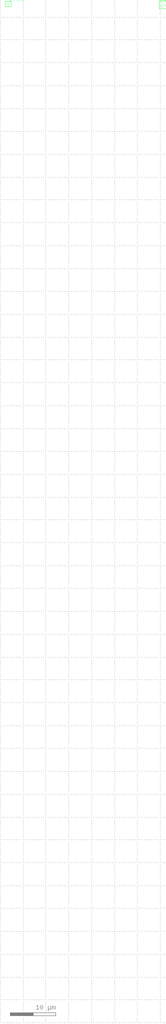
<source format=lef>
VERSION 5.8 ;
BUSBITCHARS "[]" ;
DIVIDERCHAR "/" ;

PROPERTYDEFINITIONS
  LAYER LEF58_TYPE STRING ;
  LAYER LEF58_ENCLOSURE STRING ;
  LAYER LEF58_SPACING STRING ;
  LAYER LEF58_WIDTH STRING ;
END PROPERTYDEFINITIONS

UNITS
  DATABASE MICRONS 1000 ;
END UNITS
MANUFACTURINGGRID 0.005 ;
LAYER OVERLAP
  TYPE OVERLAP ;
END OVERLAP

LAYER pwell
  TYPE MASTERSLICE ;
  PROPERTY LEF58_TYPE "TYPE PWELL ;" ;
END pwell

LAYER nwell
  TYPE MASTERSLICE ;
  PROPERTY LEF58_TYPE "TYPE NWELL ;" ;
  PROPERTY LEF58_SPACING "SPACING 1.27 ;" ;
  PROPERTY LEF58_WIDTH "WIDTH 0.84 ;" ;
END nwell

LAYER dnwell
  TYPE MASTERSLICE ;
  PROPERTY LEF58_TYPE "TYPE PWELL ;" ;
  PROPERTY LEF58_ENCLOSURE "ENCLOSURE 0.4 LAYER nwell ;" ;
  PROPERTY LEF58_SPACING "SPACING 6.3 ;
  SPACING 4.5 LAYER nwell ;" ;
  PROPERTY LEF58_WIDTH "WIDTH 3 ;" ;
END dnwell

LAYER diff
  TYPE MASTERSLICE ;
  PROPERTY LEF58_TYPE "TYPE DIFFUSION ;" ;
  PROPERTY LEF58_SPACING "SPACING 0.27 ;" ;
  PROPERTY LEF58_WIDTH "WIDTH 0.15 ;" ;
END diff

LAYER nsdm
  TYPE IMPLANT ;
  WIDTH 0.38 ;
  SPACING 0.38 ;
  AREA 0.265 ;
END nsdm

LAYER psdm
  TYPE IMPLANT ;
  WIDTH 0.38 ;
  SPACING 0.38 ;
  AREA 0.255 ;
END psdm

LAYER poly
  TYPE MASTERSLICE ;
END poly

LAYER npc
  TYPE MASTERSLICE ;
  PROPERTY LEF58_TYPE "TYPE NWELL ;" ;
  PROPERTY LEF58_SPACING "SPACING 0.27 ;" ;
  PROPERTY LEF58_WIDTH "WIDTH 0.27 ;" ;
END npc

LAYER licon
  TYPE CUT ;
  SPACING 0.17 ;
  WIDTH 0.17 ;
  ENCLOSURE BELOW 0.08 0.05 ;
  ENCLOSURE ABOVE 0.08 0.05 ;
  ANTENNAMODEL OXIDE1 ;
END licon

LAYER li
  TYPE ROUTING ;
  DIRECTION HORIZONTAL ;
  WIDTH 0.13 ;
  SPACING 0.17 ;
  RESISTANCE RPERSQ 12.2 ;
  CAPACITANCE CPERSQDIST 3.69e-05 ;
  THICKNESS 0.1 ;
  EDGECAPACITANCE 3.26e-06 ;
  ANTENNAMODEL OXIDE1 ;
    ANTENNASIDEAREARATIO 75 ;
    ANTENNADIFFSIDEAREARATIO PWL ( ( 0 75 ) ( 0.0125 75 ) ( 0.0225 85.125 ) ( 22.5 10200 ) ) ;
END li

LAYER mcon
  TYPE CUT ;
  SPACING 0.19 ;
  WIDTH 0.17 ;
  ENCLOSURE ABOVE 0.06 0.03 ;
  ANTENNAMODEL OXIDE1 ;
    ANTENNAAREARATIO 3 ;
    ANTENNADIFFAREARATIO PWL ( ( 0 3 ) ( 0.0125 3 ) ( 0.0225 3.405 ) ( 22.5 408 ) ) ;
END mcon

LAYER met1
  TYPE ROUTING ;
  DIRECTION HORIZONTAL ;
  WIDTH 0.14 ;
  OFFSET 0.185 0.185 ;
  AREA 0.083 ;
  SPACING 0.14 ;
  SPACING 0.28 RANGE 3.005 10000 ;
  SPACING 0.28 RANGE 3.005 10000 INFLUENCE 0.28 ;
  MINENCLOSEDAREA 0.14 ;
  RESISTANCE RPERSQ 0.125 ;
  CAPACITANCE CPERSQDIST 2.58e-05 ;
  THICKNESS 0.35 ;
  EDGECAPACITANCE 1.79e-06 ;
  ANTENNAMODEL OXIDE1 ;
    ANTENNASIDEAREARATIO 400 ;
    ANTENNADIFFSIDEAREARATIO PWL ( ( 0 400 ) ( 0.0125 400 ) ( 0.0225 2609 ) ( 22.5 11600 ) ) ;
END met1

LAYER via1
  TYPE CUT ;
  SPACING 0.17 ;
  WIDTH 0.15 ;
  ENCLOSURE BELOW 0.085 0.055 ;
  ENCLOSURE ABOVE 0.085 0.055 ;
  ANTENNAMODEL OXIDE1 ;
    ANTENNAAREARATIO 6 ;
    ANTENNADIFFAREARATIO PWL ( ( 0 6 ) ( 0.0125 6 ) ( 0.0225 6.81 ) ( 22.5 816 ) ) ;
END via1

LAYER met2
  TYPE ROUTING ;
  DIRECTION HORIZONTAL ;
  WIDTH 0.14 ;
  OFFSET 0.185 0.185 ;
  AREA 0.0676 ;
  SPACING 0.14 ;
  SPACING 0.28 RANGE 3.005 10000 ;
  SPACING 0.28 RANGE 3.005 10000 INFLUENCE 0.28 ;
  MINENCLOSEDAREA 0.14 ;
  RESISTANCE RPERSQ 0.125 ;
  CAPACITANCE CPERSQDIST 1.75e-05 ;
  THICKNESS 0.35 ;
  EDGECAPACITANCE 1.22e-06 ;
  ANTENNAMODEL OXIDE1 ;
    ANTENNASIDEAREARATIO 400 ;
    ANTENNADIFFSIDEAREARATIO PWL ( ( 0 400 ) ( 0.0125 400 ) ( 0.0225 2609 ) ( 22.5 11600 ) ) ;
END met2

LAYER via2
  TYPE CUT ;
  SPACING 0.2 ;
  WIDTH 0.2 ;
  ENCLOSURE BELOW 0.085 0.055 ;
  ENCLOSURE ABOVE 0.085 0.065 ;
  ANTENNAMODEL OXIDE1 ;
    ANTENNAAREARATIO 6 ;
    ANTENNADIFFAREARATIO PWL ( ( 0 6 ) ( 0.0125 6 ) ( 0.0225 6.81 ) ( 22.5 816 ) ) ;
END via2

LAYER met3
  TYPE ROUTING ;
  DIRECTION HORIZONTAL ;
  WIDTH 0.3 ;
  OFFSET 0.305 0.305 ;
  AREA 0.24 ;
  SPACING 0.3 ;
  SPACING 0.4 RANGE 3.005 10000 ;
  SPACING 0.4 RANGE 3.005 10000 INFLUENCE 0.4 ;
  RESISTANCE RPERSQ 0.047 ;
  CAPACITANCE CPERSQDIST 1.26e-05 ;
  THICKNESS 0.8 ;
  EDGECAPACITANCE 1.86e-06 ;
  ANTENNAMODEL OXIDE1 ;
END met3

LAYER via3
  TYPE CUT ;
  SPACING 0.2 ;
  WIDTH 0.2 ;
  ENCLOSURE BELOW 0.06 0.09 ;
  ANTENNAMODEL OXIDE1 ;
    ANTENNAAREARATIO 6 ;
    ANTENNADIFFAREARATIO PWL ( ( 0 6 ) ( 0.0125 6 ) ( 0.0225 6.81 ) ( 22.5 816 ) ) ;
END via3

LAYER met4
  TYPE ROUTING ;
  DIRECTION HORIZONTAL ;
  WIDTH 0.3 ;
  OFFSET 0.305 0.305 ;
  AREA 0.24 ;
  SPACING 0.3 ;
  SPACING 0.4 RANGE 3.005 10000 ;
  SPACING 0.4 RANGE 3.005 10000 INFLUENCE 0.4 ;
  RESISTANCE RPERSQ 0.047 ;
  CAPACITANCE CPERSQDIST 8.67e-06 ;
  THICKNESS 0.8 ;
  EDGECAPACITANCE 1.29e-06 ;
  ANTENNAMODEL OXIDE1 ;
    ANTENNASIDEAREARATIO 400 ;
    ANTENNADIFFSIDEAREARATIO PWL ( ( 0 400 ) ( 0.0125 400 ) ( 0.0225 2609 ) ( 22.5 11600 ) ) ;
END met4

LAYER via4
  TYPE CUT ;
  SPACING 0.8 ;
  WIDTH 0.8 ;
  ANTENNAMODEL OXIDE1 ;
    ANTENNAAREARATIO 6 ;
    ANTENNADIFFAREARATIO PWL ( ( 0 6 ) ( 0.0125 6 ) ( 0.0225 6.81 ) ( 22.5 816 ) ) ;
END via4

LAYER met5
  TYPE ROUTING ;
  DIRECTION HORIZONTAL ;
  WIDTH 0.36 ;
  OFFSET 1.555 1.555 ;
  SPACING 0.36 ;
  RESISTANCE RPERSQ 0.0285 ;
  CAPACITANCE CPERSQDIST 6.48e-06 ;
  THICKNESS 1.2 ;
  EDGECAPACITANCE 4.96e-06 ;
  ANTENNAMODEL OXIDE1 ;
    ANTENNASIDEAREARATIO 400 ;
    ANTENNADIFFSIDEAREARATIO PWL ( ( 0 400 ) ( 0.0125 400 ) ( 0.0225 2609 ) ( 22.5 11600 ) ) ;
END met5

LAYER rdl
  TYPE ROUTING ;
  DIRECTION HORIZONTAL ;
  WIDTH 10 ;
  SPACING 10 ;
  RESISTANCE RPERSQ 0.005 ;
  CAPACITANCE CPERSQDIST 2.66e-06 ;
  THICKNESS 2 ;
  EDGECAPACITANCE 6.2e-06 ;
  ANTENNAMODEL OXIDE1 ;
END rdl

VIARULE M4M5 GENERATE DEFAULT
  LAYER met5 ;
    ENCLOSURE 0.31 0.31 ;
  LAYER met4 ;
    ENCLOSURE 0.19 0.19 ;
  LAYER via4 ;
    RECT -0.4 -0.4 0.4 0.4 ;
    SPACING 1.6 BY 1.6 ;
    RESISTANCE 0.380000 ;
END M4M5

VIARULE M3M4 GENERATE DEFAULT
  LAYER met4 ;
    ENCLOSURE 0.065 0.065 ;
  LAYER met3 ;
    ENCLOSURE 0.09 0.06 ;
  LAYER via3 ;
    RECT -0.1 -0.1 0.1 0.1 ;
    SPACING 0.4 BY 0.4 ;
    RESISTANCE 3.410000 ;
END M3M4

VIARULE M2M3 GENERATE DEFAULT
  LAYER met3 ;
    ENCLOSURE 0.065 0.065 ;
  LAYER met2 ;
    ENCLOSURE 0.085 0.065 ;
  LAYER via2 ;
    RECT -0.1 -0.1 0.1 0.1 ;
    SPACING 0.4 BY 0.4 ;
    RESISTANCE 3.410000 ;
END M2M3

VIARULE M1M2 GENERATE DEFAULT
  LAYER met2 ;
    ENCLOSURE 0.085 0.055 ;
  LAYER met1 ;
    ENCLOSURE 0.085 0.055 ;
  LAYER via1 ;
    RECT -0.075 -0.075 0.075 0.075 ;
    SPACING 0.32 BY 0.32 ;
    RESISTANCE 4.500000 ;
END M1M2

VIARULE L1M1 GENERATE
  LAYER met1 ;
    ENCLOSURE 0.06 0.03 ;
  LAYER li ;
    ENCLOSURE 0 0 ;
  LAYER mcon ;
    RECT -0.085 -0.085 0.085 0.085 ;
    SPACING 0.36 BY 0.36 ;
    RESISTANCE 9.300000 ;
END L1M1

VIARULE PYL1 GENERATE
  LAYER poly ;
    ENCLOSURE 0.08 0.05 ;
  LAYER li ;
    ENCLOSURE 0.08 0 ;
  LAYER licon ;
    RECT -0.085 -0.085 0.085 0.085 ;
    SPACING 0.34 BY 0.34 ;
    RESISTANCE 145.279999 ;
END PYL1

VIARULE DFL1 GENERATE
  LAYER li ;
    ENCLOSURE 0.08 0.08 ;
  LAYER diff ;
    ENCLOSURE 0.12 0.12 ;
  LAYER licon ;
    RECT -0.085 -0.085 0.085 0.085 ;
    SPACING 0.34 BY 0.34 ;
    RESISTANCE 600.000000 ;
END DFL1

VIARULE NPDF GENERATE
  LAYER li ;
    ENCLOSURE 0.08 0.08 ;
  LAYER diff ;
    ENCLOSURE 0.12 0.12 ;
  LAYER licon ;
    RECT -0.085 -0.085 0.085 0.085 ;
    SPACING 0.34 BY 0.34 ;
    RESISTANCE 600.000000 ;
END NPDF

VIARULE PPDF GENERATE
  LAYER li ;
    ENCLOSURE 0.08 0.08 ;
  LAYER diff ;
    ENCLOSURE 0.12 0.12 ;
  LAYER licon ;
    RECT -0.085 -0.085 0.085 0.085 ;
    SPACING 0.34 BY 0.34 ;
    RESISTANCE 600.000000 ;
END PPDF

VIARULE NTAP GENERATE
  LAYER li ;
    ENCLOSURE 0.08 0.08 ;
  LAYER diff ;
    ENCLOSURE 0.12 0.12 ;
  LAYER licon ;
    RECT -0.085 -0.085 0.085 0.085 ;
    SPACING 0.34 BY 0.34 ;
    RESISTANCE 600.000000 ;
END NTAP

VIARULE PTAP GENERATE
  LAYER li ;
    ENCLOSURE 0.08 0.08 ;
  LAYER diff ;
    ENCLOSURE 0.12 0.12 ;
  LAYER licon ;
    RECT -0.085 -0.085 0.085 0.085 ;
    SPACING 0.34 BY 0.34 ;
    RESISTANCE 600.000000 ;
END PTAP

MACRO tt_um_resistor_davidparent
  PIN VGND
    DIRECTION INOUT ;
    USE SIGNAL ;
    PORT
      LAYER met4 ;
        RECT 34.8 221.84 36.315 223.575 ;
    END
  END VGND
  PIN VPWR
    DIRECTION INOUT ;
    USE SIGNAL ;
    PORT
      LAYER met4 ;
        RECT 1.08 222.28 2.385 223.435 ;
    END
  END VPWR
END tt_um_resistor_davidparent

END LIBRARY

</source>
